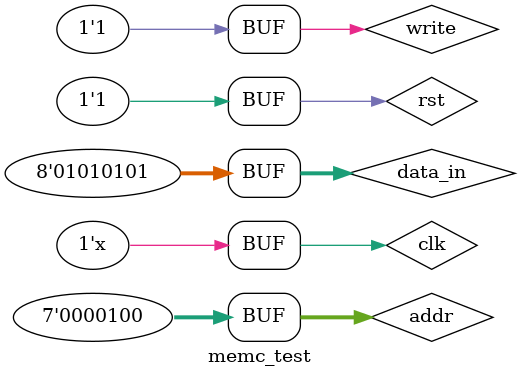
<source format=v>
`timescale 1ns / 1ps

module memc_test();
   parameter size = 8;
   wire  [size-1:0]   data_out;
   reg   [6:0]        addr;
   reg   [size-1:0]   data_in;
   reg                write;
   reg                clk;
   reg                rst;
   
   memc #(size) test1(
    .data_out(data_out),
    .addr(addr),
    .data_in(data_in),
    .write(write),
    .clk(clk),
    .rst(rst));
    
    initial begin
        clk = 1;
        rst = 0;
        write = 1;
        data_in = 8'b01010101;
        addr = 7'b0;
        #15;
        
        addr = 7'b0000_001;
        #15;
        
        addr = 7'b0000_010;
        #15;
        
        addr = 7'b0000_011;
        #15;
         
        addr = 7'b0000_100;
        #15;
        
        rst = 1;
        #15;
        
    end
    
    always begin
    #10 clk = ~clk;
    end
endmodule

</source>
